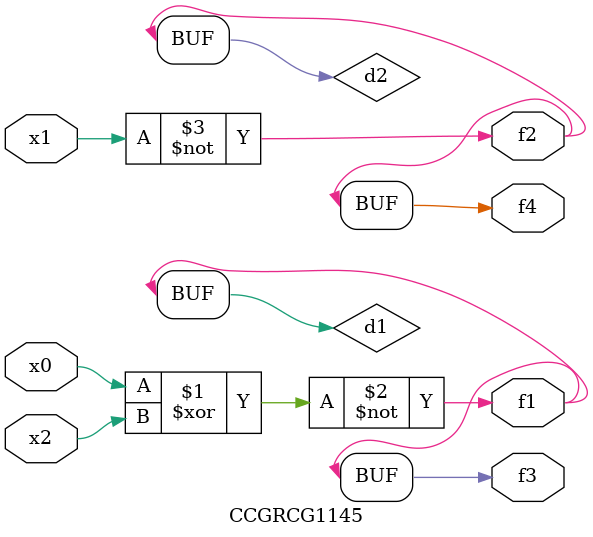
<source format=v>
module CCGRCG1145(
	input x0, x1, x2,
	output f1, f2, f3, f4
);

	wire d1, d2, d3;

	xnor (d1, x0, x2);
	nand (d2, x1);
	nor (d3, x1, x2);
	assign f1 = d1;
	assign f2 = d2;
	assign f3 = d1;
	assign f4 = d2;
endmodule

</source>
